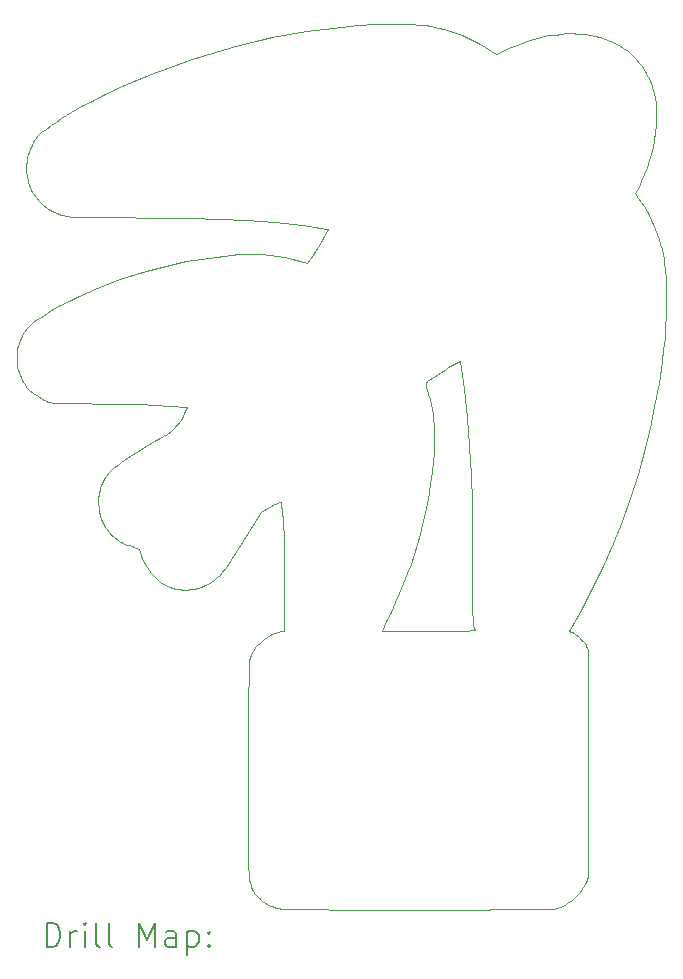
<source format=gbr>
%TF.GenerationSoftware,KiCad,Pcbnew,(6.0.10-0)*%
%TF.CreationDate,2023-09-19T21:25:43+02:00*%
%TF.ProjectId,SwiftLeeds,53776966-744c-4656-9564-732e6b696361,rev?*%
%TF.SameCoordinates,Original*%
%TF.FileFunction,Drillmap*%
%TF.FilePolarity,Positive*%
%FSLAX45Y45*%
G04 Gerber Fmt 4.5, Leading zero omitted, Abs format (unit mm)*
G04 Created by KiCad (PCBNEW (6.0.10-0)) date 2023-09-19 21:25:43*
%MOMM*%
%LPD*%
G01*
G04 APERTURE LIST*
%ADD10C,0.052916*%
%ADD11C,0.200000*%
G04 APERTURE END LIST*
D10*
X14546642Y-4045943D02*
X14546608Y-4045948D01*
X14546642Y-4045943D02*
X14546642Y-4045943D01*
X14573722Y-4045868D02*
X14546642Y-4045943D01*
X14587262Y-4045890D02*
X14573722Y-4045868D01*
X14600801Y-4046012D02*
X14587262Y-4045890D01*
X14600801Y-4046012D02*
X14600801Y-4046012D01*
X14655776Y-4045478D02*
X14600801Y-4046012D01*
X14710625Y-4047333D02*
X14655776Y-4045478D01*
X14765271Y-4051541D02*
X14710625Y-4047333D01*
X14819634Y-4058066D02*
X14765271Y-4051541D01*
X14873639Y-4066870D02*
X14819634Y-4058066D01*
X14927205Y-4077918D02*
X14873639Y-4066870D01*
X14980256Y-4091173D02*
X14927205Y-4077918D01*
X15032714Y-4106598D02*
X14980256Y-4091173D01*
X15084500Y-4124156D02*
X15032714Y-4106598D01*
X15135536Y-4143812D02*
X15084500Y-4124156D01*
X15185745Y-4165529D02*
X15135536Y-4143812D01*
X15235049Y-4189270D02*
X15185745Y-4165529D01*
X15283369Y-4214999D02*
X15235049Y-4189270D01*
X15330627Y-4242679D02*
X15283369Y-4214999D01*
X15376746Y-4272273D02*
X15330627Y-4242679D01*
X15421648Y-4303745D02*
X15376746Y-4272273D01*
X15421648Y-4303745D02*
X15421648Y-4303745D01*
X15464357Y-4282261D02*
X15421648Y-4303745D01*
X15507697Y-4261692D02*
X15464357Y-4282261D01*
X15551631Y-4242148D02*
X15507697Y-4261692D01*
X15596121Y-4223737D02*
X15551631Y-4242148D01*
X15641129Y-4206570D02*
X15596121Y-4223737D01*
X15686619Y-4190755D02*
X15641129Y-4206570D01*
X15732551Y-4176402D02*
X15686619Y-4190755D01*
X15778889Y-4163620D02*
X15732551Y-4176402D01*
X15825595Y-4152519D02*
X15778889Y-4163620D01*
X15872631Y-4143207D02*
X15825595Y-4152519D01*
X15919960Y-4135794D02*
X15872631Y-4143207D01*
X15967544Y-4130389D02*
X15919960Y-4135794D01*
X16015345Y-4127102D02*
X15967544Y-4130389D01*
X16063325Y-4126041D02*
X16015345Y-4127102D01*
X16111448Y-4127317D02*
X16063325Y-4126041D01*
X16159674Y-4131038D02*
X16111448Y-4127317D01*
X16159674Y-4131038D02*
X16159674Y-4131038D01*
X16183011Y-4133188D02*
X16159674Y-4131038D01*
X16206264Y-4136153D02*
X16183011Y-4133188D01*
X16229407Y-4139922D02*
X16206264Y-4136153D01*
X16252413Y-4144483D02*
X16229407Y-4139922D01*
X16297904Y-4155939D02*
X16252413Y-4144483D01*
X16342519Y-4170434D02*
X16297904Y-4155939D01*
X16386043Y-4187880D02*
X16342519Y-4170434D01*
X16428258Y-4208189D02*
X16386043Y-4187880D01*
X16468947Y-4231274D02*
X16428258Y-4208189D01*
X16488651Y-4243830D02*
X16468947Y-4231274D01*
X16507893Y-4257047D02*
X16488651Y-4243830D01*
X16526645Y-4270914D02*
X16507893Y-4257047D01*
X16544880Y-4285420D02*
X16526645Y-4270914D01*
X16562571Y-4300555D02*
X16544880Y-4285420D01*
X16579690Y-4316306D02*
X16562571Y-4300555D01*
X16596212Y-4332664D02*
X16579690Y-4316306D01*
X16612107Y-4349616D02*
X16596212Y-4332664D01*
X16627350Y-4367153D02*
X16612107Y-4349616D01*
X16641914Y-4385264D02*
X16627350Y-4367153D01*
X16655771Y-4403936D02*
X16641914Y-4385264D01*
X16668893Y-4423160D02*
X16655771Y-4403936D01*
X16681255Y-4442925D02*
X16668893Y-4423160D01*
X16692829Y-4463219D02*
X16681255Y-4442925D01*
X16703587Y-4484031D02*
X16692829Y-4463219D01*
X16713503Y-4505351D02*
X16703587Y-4484031D01*
X16722550Y-4527167D02*
X16713503Y-4505351D01*
X16730700Y-4549469D02*
X16722550Y-4527167D01*
X16730700Y-4549469D02*
X16730700Y-4549469D01*
X16749508Y-4607833D02*
X16730700Y-4549469D01*
X16763541Y-4666757D02*
X16749508Y-4607833D01*
X16773054Y-4726115D02*
X16763541Y-4666757D01*
X16778303Y-4785785D02*
X16773054Y-4726115D01*
X16779546Y-4845640D02*
X16778303Y-4785785D01*
X16777039Y-4905556D02*
X16779546Y-4845640D01*
X16771038Y-4965409D02*
X16777039Y-4905556D01*
X16761799Y-5025073D02*
X16771038Y-4965409D01*
X16749580Y-5084424D02*
X16761799Y-5025073D01*
X16734637Y-5143338D02*
X16749580Y-5084424D01*
X16717226Y-5201689D02*
X16734637Y-5143338D01*
X16697603Y-5259352D02*
X16717226Y-5201689D01*
X16676026Y-5316204D02*
X16697603Y-5259352D01*
X16652750Y-5372119D02*
X16676026Y-5316204D01*
X16628033Y-5426972D02*
X16652750Y-5372119D01*
X16602130Y-5480640D02*
X16628033Y-5426972D01*
X16602130Y-5480640D02*
X16602130Y-5480640D01*
X16627275Y-5516150D02*
X16602130Y-5480640D01*
X16651345Y-5552399D02*
X16627275Y-5516150D01*
X16674296Y-5589357D02*
X16651345Y-5552399D01*
X16696083Y-5626992D02*
X16674296Y-5589357D01*
X16716659Y-5665276D02*
X16696083Y-5626992D01*
X16735979Y-5704177D02*
X16716659Y-5665276D01*
X16753997Y-5743665D02*
X16735979Y-5704177D01*
X16770668Y-5783711D02*
X16753997Y-5743665D01*
X16785947Y-5824283D02*
X16770668Y-5783711D01*
X16799786Y-5865352D02*
X16785947Y-5824283D01*
X16812141Y-5906888D02*
X16799786Y-5865352D01*
X16822967Y-5948860D02*
X16812141Y-5906888D01*
X16832216Y-5991238D02*
X16822967Y-5948860D01*
X16839845Y-6033992D02*
X16832216Y-5991238D01*
X16845807Y-6077091D02*
X16839845Y-6033992D01*
X16850057Y-6120506D02*
X16845807Y-6077091D01*
X16850057Y-6120506D02*
X16850057Y-6120506D01*
X16857025Y-6217730D02*
X16850057Y-6120506D01*
X16860878Y-6314958D02*
X16857025Y-6217730D01*
X16861773Y-6412161D02*
X16860878Y-6314958D01*
X16859866Y-6509308D02*
X16861773Y-6412161D01*
X16855314Y-6606372D02*
X16859866Y-6509308D01*
X16848273Y-6703322D02*
X16855314Y-6606372D01*
X16838901Y-6800129D02*
X16848273Y-6703322D01*
X16827354Y-6896764D02*
X16838901Y-6800129D01*
X16798363Y-7089401D02*
X16827354Y-6896764D01*
X16762551Y-7280999D02*
X16798363Y-7089401D01*
X16721175Y-7471322D02*
X16762551Y-7280999D01*
X16675486Y-7660137D02*
X16721175Y-7471322D01*
X16675486Y-7660137D02*
X16675486Y-7660137D01*
X16648979Y-7760317D02*
X16675486Y-7660137D01*
X16620518Y-7859910D02*
X16648979Y-7760317D01*
X16557902Y-8057280D02*
X16620518Y-7859910D01*
X16487973Y-8252139D02*
X16557902Y-8057280D01*
X16411069Y-8444378D02*
X16487973Y-8252139D01*
X16327524Y-8633889D02*
X16411069Y-8444378D01*
X16237677Y-8820565D02*
X16327524Y-8633889D01*
X16141863Y-9004295D02*
X16237677Y-8820565D01*
X16040419Y-9184973D02*
X16141863Y-9004295D01*
X16040419Y-9184973D02*
X16040419Y-9184973D01*
X16053529Y-9191021D02*
X16040419Y-9184973D01*
X16066307Y-9197623D02*
X16053529Y-9191021D01*
X16078733Y-9204768D02*
X16066307Y-9197623D01*
X16090786Y-9212442D02*
X16078733Y-9204768D01*
X16102449Y-9220636D02*
X16090786Y-9212442D01*
X16113699Y-9229336D02*
X16102449Y-9220636D01*
X16124517Y-9238532D02*
X16113699Y-9229336D01*
X16134883Y-9248211D02*
X16124517Y-9238532D01*
X16144777Y-9258362D02*
X16134883Y-9248211D01*
X16154180Y-9268973D02*
X16144777Y-9258362D01*
X16163070Y-9280033D02*
X16154180Y-9268973D01*
X16171428Y-9291528D02*
X16163070Y-9280033D01*
X16179235Y-9303449D02*
X16171428Y-9291528D01*
X16186469Y-9315782D02*
X16179235Y-9303449D01*
X16193111Y-9328517D02*
X16186469Y-9315782D01*
X16199141Y-9341641D02*
X16193111Y-9328517D01*
X16199141Y-9341641D02*
X16199141Y-9341641D01*
X16199642Y-11259364D02*
X16199141Y-9341641D01*
X16199642Y-11259364D02*
X16199642Y-11259364D01*
X16196129Y-11272079D02*
X16199642Y-11259364D01*
X16192143Y-11284577D02*
X16196129Y-11272079D01*
X16187697Y-11296856D02*
X16192143Y-11284577D01*
X16182803Y-11308912D02*
X16187697Y-11296856D01*
X16171726Y-11332344D02*
X16182803Y-11308912D01*
X16159014Y-11354847D02*
X16171726Y-11332344D01*
X16144768Y-11376396D02*
X16159014Y-11354847D01*
X16129093Y-11396964D02*
X16144768Y-11376396D01*
X16112089Y-11416526D02*
X16129093Y-11396964D01*
X16093860Y-11435057D02*
X16112089Y-11416526D01*
X16074509Y-11452530D02*
X16093860Y-11435057D01*
X16054137Y-11468921D02*
X16074509Y-11452530D01*
X16032847Y-11484202D02*
X16054137Y-11468921D01*
X16010742Y-11498348D02*
X16032847Y-11484202D01*
X15987923Y-11511335D02*
X16010742Y-11498348D01*
X15964495Y-11523135D02*
X15987923Y-11511335D01*
X15940558Y-11533723D02*
X15964495Y-11523135D01*
X15916216Y-11543074D02*
X15940558Y-11533723D01*
X15916216Y-11543074D02*
X15916216Y-11543074D01*
X14821600Y-11545288D02*
X15916216Y-11543074D01*
X14274262Y-11544881D02*
X14821600Y-11545288D01*
X13726949Y-11541524D02*
X14274262Y-11544881D01*
X13726949Y-11541524D02*
X13726949Y-11541524D01*
X13706336Y-11542774D02*
X13726949Y-11541524D01*
X13685549Y-11543411D02*
X13706336Y-11542774D01*
X13664667Y-11543365D02*
X13685549Y-11543411D01*
X13643766Y-11542570D02*
X13664667Y-11543365D01*
X13622922Y-11540958D02*
X13643766Y-11542570D01*
X13602212Y-11538459D02*
X13622922Y-11540958D01*
X13581713Y-11535005D02*
X13602212Y-11538459D01*
X13561502Y-11530530D02*
X13581713Y-11535005D01*
X13541656Y-11524964D02*
X13561502Y-11530530D01*
X13522251Y-11518240D02*
X13541656Y-11524964D01*
X13503364Y-11510290D02*
X13522251Y-11518240D01*
X13485072Y-11501045D02*
X13503364Y-11510290D01*
X13467452Y-11490437D02*
X13485072Y-11501045D01*
X13458918Y-11484600D02*
X13467452Y-11490437D01*
X13450580Y-11478398D02*
X13458918Y-11484600D01*
X13442449Y-11471821D02*
X13450580Y-11478398D01*
X13434534Y-11464860D02*
X13442449Y-11471821D01*
X13426844Y-11457508D02*
X13434534Y-11464860D01*
X13419390Y-11449756D02*
X13426844Y-11457508D01*
X13419390Y-11449756D02*
X13419390Y-11449756D01*
X13410890Y-11443046D02*
X13419390Y-11449756D01*
X13402927Y-11436043D02*
X13410890Y-11443046D01*
X13395482Y-11428761D02*
X13402927Y-11436043D01*
X13388537Y-11421211D02*
X13395482Y-11428761D01*
X13382073Y-11413407D02*
X13388537Y-11421211D01*
X13376074Y-11405362D02*
X13382073Y-11413407D01*
X13370520Y-11397087D02*
X13376074Y-11405362D01*
X13365394Y-11388596D02*
X13370520Y-11397087D01*
X13356352Y-11371016D02*
X13365394Y-11388596D01*
X13348802Y-11352724D02*
X13356352Y-11371016D01*
X13342601Y-11333819D02*
X13348802Y-11352724D01*
X13337603Y-11314406D02*
X13342601Y-11333819D01*
X13333663Y-11294584D02*
X13337603Y-11314406D01*
X13330636Y-11274456D02*
X13333663Y-11294584D01*
X13328378Y-11254122D02*
X13330636Y-11274456D01*
X13326744Y-11233686D02*
X13328378Y-11254122D01*
X13324766Y-11192910D02*
X13326744Y-11233686D01*
X13323545Y-11152939D02*
X13324766Y-11192910D01*
X13323545Y-11152939D02*
X13323545Y-11152939D01*
X13319151Y-10724837D02*
X13323545Y-11152939D01*
X13317735Y-10296669D02*
X13319151Y-10724837D01*
X13320091Y-9868517D02*
X13317735Y-10296669D01*
X13327015Y-9440460D02*
X13320091Y-9868517D01*
X13327015Y-9440460D02*
X13327015Y-9440460D01*
X13330528Y-9427890D02*
X13327015Y-9440460D01*
X13334573Y-9415500D02*
X13330528Y-9427890D01*
X13339134Y-9403303D02*
X13334573Y-9415500D01*
X13344198Y-9391310D02*
X13339134Y-9403303D01*
X13355768Y-9367977D02*
X13344198Y-9391310D01*
X13369162Y-9345588D02*
X13355768Y-9367977D01*
X13384258Y-9324232D02*
X13369162Y-9345588D01*
X13400934Y-9303996D02*
X13384258Y-9324232D01*
X13419068Y-9284967D02*
X13400934Y-9303996D01*
X13438538Y-9267233D02*
X13419068Y-9284967D01*
X13459223Y-9250881D02*
X13438538Y-9267233D01*
X13481000Y-9236000D02*
X13459223Y-9250881D01*
X13503748Y-9222676D02*
X13481000Y-9236000D01*
X13527346Y-9210997D02*
X13503748Y-9222676D01*
X13551671Y-9201051D02*
X13527346Y-9210997D01*
X13576601Y-9192925D02*
X13551671Y-9201051D01*
X13602015Y-9186707D02*
X13576601Y-9192925D01*
X13627791Y-9182484D02*
X13602015Y-9186707D01*
X13627791Y-9182484D02*
X13627791Y-9182484D01*
X13626261Y-8646834D02*
X13627791Y-9182484D01*
X13626261Y-8646834D02*
X13626261Y-8646834D01*
X13624550Y-8577366D02*
X13626261Y-8646834D01*
X13623932Y-8507645D02*
X13624550Y-8577366D01*
X13622765Y-8367972D02*
X13623932Y-8507645D01*
X13620611Y-8298283D02*
X13622765Y-8367972D01*
X13616342Y-8228868D02*
X13620611Y-8298283D01*
X13613163Y-8194304D02*
X13616342Y-8228868D01*
X13609155Y-8159858D02*
X13613163Y-8194304D01*
X13604216Y-8125546D02*
X13609155Y-8159858D01*
X13598247Y-8091385D02*
X13604216Y-8125546D01*
X13598247Y-8091385D02*
X13598247Y-8091385D01*
X13587458Y-8095088D02*
X13598247Y-8091385D01*
X13576786Y-8099206D02*
X13587458Y-8095088D01*
X13566222Y-8103696D02*
X13576786Y-8099206D01*
X13555754Y-8108512D02*
X13566222Y-8103696D01*
X13545371Y-8113613D02*
X13555754Y-8108512D01*
X13535061Y-8118954D02*
X13545371Y-8113613D01*
X13514619Y-8130181D02*
X13535061Y-8118954D01*
X13474135Y-8153596D02*
X13514619Y-8130181D01*
X13453915Y-8165085D02*
X13474135Y-8153596D01*
X13433593Y-8175963D02*
X13453915Y-8165085D01*
X13433593Y-8175963D02*
X13433593Y-8175963D01*
X13122451Y-8658055D02*
X13433593Y-8175963D01*
X13122451Y-8658055D02*
X13122451Y-8658055D01*
X13113600Y-8671552D02*
X13122451Y-8658055D01*
X13104195Y-8684550D02*
X13113600Y-8671552D01*
X13094260Y-8697045D02*
X13104195Y-8684550D01*
X13083817Y-8709031D02*
X13094260Y-8697045D01*
X13061499Y-8731460D02*
X13083817Y-8709031D01*
X13037423Y-8751801D02*
X13061499Y-8731460D01*
X13011770Y-8770018D02*
X13037423Y-8751801D01*
X12984723Y-8786074D02*
X13011770Y-8770018D01*
X12956463Y-8799933D02*
X12984723Y-8786074D01*
X12927171Y-8811558D02*
X12956463Y-8799933D01*
X12897031Y-8820913D02*
X12927171Y-8811558D01*
X12866222Y-8827961D02*
X12897031Y-8820913D01*
X12834929Y-8832666D02*
X12866222Y-8827961D01*
X12803331Y-8834991D02*
X12834929Y-8832666D01*
X12771611Y-8834899D02*
X12803331Y-8834991D01*
X12739951Y-8832355D02*
X12771611Y-8834899D01*
X12708532Y-8827322D02*
X12739951Y-8832355D01*
X12677536Y-8819763D02*
X12708532Y-8827322D01*
X12677536Y-8819763D02*
X12677536Y-8819763D01*
X12664178Y-8815008D02*
X12677536Y-8819763D01*
X12651090Y-8809753D02*
X12664178Y-8815008D01*
X12625739Y-8797803D02*
X12651090Y-8809753D01*
X12601505Y-8784032D02*
X12625739Y-8797803D01*
X12578412Y-8768562D02*
X12601505Y-8784032D01*
X12556482Y-8751511D02*
X12578412Y-8768562D01*
X12535739Y-8732999D02*
X12556482Y-8751511D01*
X12516205Y-8713147D02*
X12535739Y-8732999D01*
X12497903Y-8692074D02*
X12516205Y-8713147D01*
X12480857Y-8669900D02*
X12497903Y-8692074D01*
X12465089Y-8646746D02*
X12480857Y-8669900D01*
X12450623Y-8622730D02*
X12465089Y-8646746D01*
X12437480Y-8597973D02*
X12450623Y-8622730D01*
X12425685Y-8572595D02*
X12437480Y-8597973D01*
X12415261Y-8546715D02*
X12425685Y-8572595D01*
X12406229Y-8520454D02*
X12415261Y-8546715D01*
X12398613Y-8493932D02*
X12406229Y-8520454D01*
X12398613Y-8493932D02*
X12398613Y-8493932D01*
X12388797Y-8488678D02*
X12398613Y-8493932D01*
X12378657Y-8483958D02*
X12388797Y-8488678D01*
X12368244Y-8479679D02*
X12378657Y-8483958D01*
X12357610Y-8475748D02*
X12368244Y-8479679D01*
X12335880Y-8468553D02*
X12357610Y-8475748D01*
X12313873Y-8461626D02*
X12335880Y-8468553D01*
X12291997Y-8454219D02*
X12313873Y-8461626D01*
X12281234Y-8450101D02*
X12291997Y-8454219D01*
X12270657Y-8445583D02*
X12281234Y-8450101D01*
X12260316Y-8440571D02*
X12270657Y-8445583D01*
X12250261Y-8434971D02*
X12260316Y-8440571D01*
X12240544Y-8428691D02*
X12250261Y-8434971D01*
X12231215Y-8421636D02*
X12240544Y-8428691D01*
X12231215Y-8421636D02*
X12231215Y-8421636D01*
X12213346Y-8410338D02*
X12231215Y-8421636D01*
X12196395Y-8398077D02*
X12213346Y-8410338D01*
X12180369Y-8384905D02*
X12196395Y-8398077D01*
X12165270Y-8370877D02*
X12180369Y-8384905D01*
X12151105Y-8356044D02*
X12165270Y-8370877D01*
X12137877Y-8340460D02*
X12151105Y-8356044D01*
X12125592Y-8324179D02*
X12137877Y-8340460D01*
X12114253Y-8307254D02*
X12125592Y-8324179D01*
X12103866Y-8289737D02*
X12114253Y-8307254D01*
X12094435Y-8271682D02*
X12103866Y-8289737D01*
X12085965Y-8253143D02*
X12094435Y-8271682D01*
X12078461Y-8234172D02*
X12085965Y-8253143D01*
X12071926Y-8214822D02*
X12078461Y-8234172D01*
X12066366Y-8195147D02*
X12071926Y-8214822D01*
X12061785Y-8175201D02*
X12066366Y-8195147D01*
X12058188Y-8155035D02*
X12061785Y-8175201D01*
X12055580Y-8134704D02*
X12058188Y-8155035D01*
X12053965Y-8114260D02*
X12055580Y-8134704D01*
X12053347Y-8093757D02*
X12053965Y-8114260D01*
X12053732Y-8073248D02*
X12053347Y-8093757D01*
X12055124Y-8052786D02*
X12053732Y-8073248D01*
X12057528Y-8032425D02*
X12055124Y-8052786D01*
X12060948Y-8012217D02*
X12057528Y-8032425D01*
X12065389Y-7992216D02*
X12060948Y-8012217D01*
X12070856Y-7972474D02*
X12065389Y-7992216D01*
X12077352Y-7953046D02*
X12070856Y-7972474D01*
X12084884Y-7933985D02*
X12077352Y-7953046D01*
X12093455Y-7915342D02*
X12084884Y-7933985D01*
X12103070Y-7897173D02*
X12093455Y-7915342D01*
X12113734Y-7879529D02*
X12103070Y-7897173D01*
X12125451Y-7862465D02*
X12113734Y-7879529D01*
X12138226Y-7846033D02*
X12125451Y-7862465D01*
X12138226Y-7846033D02*
X12138226Y-7846033D01*
X12163980Y-7822003D02*
X12138226Y-7846033D01*
X12190635Y-7799114D02*
X12163980Y-7822003D01*
X12218095Y-7777247D02*
X12190635Y-7799114D01*
X12246266Y-7756282D02*
X12218095Y-7777247D01*
X12275049Y-7736099D02*
X12246266Y-7756282D01*
X12304350Y-7716579D02*
X12275049Y-7736099D01*
X12364120Y-7679046D02*
X12304350Y-7716579D01*
X12485643Y-7606663D02*
X12364120Y-7679046D01*
X12545859Y-7569895D02*
X12485643Y-7606663D01*
X12575494Y-7550948D02*
X12545859Y-7569895D01*
X12604687Y-7531467D02*
X12575494Y-7550948D01*
X12604687Y-7531467D02*
X12604687Y-7531467D01*
X12614019Y-7527219D02*
X12604687Y-7531467D01*
X12623112Y-7522629D02*
X12614019Y-7527219D01*
X12640598Y-7512473D02*
X12623112Y-7522629D01*
X12657176Y-7501107D02*
X12640598Y-7512473D01*
X12672880Y-7488638D02*
X12657176Y-7501107D01*
X12687740Y-7475173D02*
X12672880Y-7488638D01*
X12701791Y-7460818D02*
X12687740Y-7475173D01*
X12715063Y-7445681D02*
X12701791Y-7460818D01*
X12727589Y-7429870D02*
X12715063Y-7445681D01*
X12739401Y-7413490D02*
X12727589Y-7429870D01*
X12750531Y-7396649D02*
X12739401Y-7413490D01*
X12761013Y-7379454D02*
X12750531Y-7396649D01*
X12770877Y-7362012D02*
X12761013Y-7379454D01*
X12780157Y-7344431D02*
X12770877Y-7362012D01*
X12788884Y-7326816D02*
X12780157Y-7344431D01*
X12804809Y-7291917D02*
X12788884Y-7326816D01*
X12804809Y-7291917D02*
X12804809Y-7291917D01*
X12671332Y-7279512D02*
X12804809Y-7291917D01*
X12537461Y-7270967D02*
X12671332Y-7279512D01*
X12403292Y-7265446D02*
X12537461Y-7270967D01*
X12268922Y-7262116D02*
X12403292Y-7265446D01*
X11731360Y-7254021D02*
X12268922Y-7262116D01*
X11731360Y-7254021D02*
X11731360Y-7254021D01*
X11724331Y-7255202D02*
X11731360Y-7254021D01*
X11717369Y-7256095D02*
X11724331Y-7255202D01*
X11710473Y-7256709D02*
X11717369Y-7256095D01*
X11703642Y-7257053D02*
X11710473Y-7256709D01*
X11696874Y-7257135D02*
X11703642Y-7257053D01*
X11690167Y-7256965D02*
X11696874Y-7257135D01*
X11676931Y-7255899D02*
X11690167Y-7256965D01*
X11663921Y-7253926D02*
X11676931Y-7255899D01*
X11651125Y-7251114D02*
X11663921Y-7253926D01*
X11638529Y-7247532D02*
X11651125Y-7251114D01*
X11626122Y-7243250D02*
X11638529Y-7247532D01*
X11613891Y-7238338D02*
X11626122Y-7243250D01*
X11601823Y-7232863D02*
X11613891Y-7238338D01*
X11589905Y-7226896D02*
X11601823Y-7232863D01*
X11578124Y-7220505D02*
X11589905Y-7226896D01*
X11566469Y-7213761D02*
X11578124Y-7220505D01*
X11554926Y-7206732D02*
X11566469Y-7213761D01*
X11532127Y-7192096D02*
X11554926Y-7206732D01*
X11532127Y-7192096D02*
X11532127Y-7192096D01*
X11512198Y-7179276D02*
X11532127Y-7192096D01*
X11493507Y-7165232D02*
X11512198Y-7179276D01*
X11476054Y-7150044D02*
X11493507Y-7165232D01*
X11459839Y-7133788D02*
X11476054Y-7150044D01*
X11444863Y-7116543D02*
X11459839Y-7133788D01*
X11431126Y-7098389D02*
X11444863Y-7116543D01*
X11418629Y-7079402D02*
X11431126Y-7098389D01*
X11407371Y-7059662D02*
X11418629Y-7079402D01*
X11397353Y-7039247D02*
X11407371Y-7059662D01*
X11388576Y-7018236D02*
X11397353Y-7039247D01*
X11381041Y-6996706D02*
X11388576Y-7018236D01*
X11374746Y-6974736D02*
X11381041Y-6996706D01*
X11369694Y-6952404D02*
X11374746Y-6974736D01*
X11365884Y-6929790D02*
X11369694Y-6952404D01*
X11363316Y-6906970D02*
X11365884Y-6929790D01*
X11361992Y-6884024D02*
X11363316Y-6906970D01*
X11361911Y-6861030D02*
X11361992Y-6884024D01*
X11363074Y-6838067D02*
X11361911Y-6861030D01*
X11365481Y-6815212D02*
X11363074Y-6838067D01*
X11369133Y-6792544D02*
X11365481Y-6815212D01*
X11374030Y-6770142D02*
X11369133Y-6792544D01*
X11380173Y-6748083D02*
X11374030Y-6770142D01*
X11387561Y-6726447D02*
X11380173Y-6748083D01*
X11396196Y-6705311D02*
X11387561Y-6726447D01*
X11406077Y-6684754D02*
X11396196Y-6705311D01*
X11417206Y-6664854D02*
X11406077Y-6684754D01*
X11429581Y-6645691D02*
X11417206Y-6664854D01*
X11443205Y-6627341D02*
X11429581Y-6645691D01*
X11458077Y-6609883D02*
X11443205Y-6627341D01*
X11474198Y-6593397D02*
X11458077Y-6609883D01*
X11491568Y-6577960D02*
X11474198Y-6593397D01*
X11510187Y-6563650D02*
X11491568Y-6577960D01*
X11510187Y-6563650D02*
X11510187Y-6563650D01*
X11582932Y-6516109D02*
X11510187Y-6563650D01*
X11657097Y-6471008D02*
X11582932Y-6516109D01*
X11732593Y-6428276D02*
X11657097Y-6471008D01*
X11809331Y-6387844D02*
X11732593Y-6428276D01*
X11887223Y-6349641D02*
X11809331Y-6387844D01*
X11966179Y-6313597D02*
X11887223Y-6349641D01*
X12046110Y-6279642D02*
X11966179Y-6313597D01*
X12126927Y-6247704D02*
X12046110Y-6279642D01*
X12208540Y-6217714D02*
X12126927Y-6247704D01*
X12290861Y-6189601D02*
X12208540Y-6217714D01*
X12373801Y-6163296D02*
X12290861Y-6189601D01*
X12457270Y-6138727D02*
X12373801Y-6163296D01*
X12625441Y-6094517D02*
X12457270Y-6138727D01*
X12794660Y-6056410D02*
X12625441Y-6094517D01*
X12794660Y-6056410D02*
X12794660Y-6056410D01*
X12921850Y-6034447D02*
X12794660Y-6056410D01*
X13050740Y-6015770D02*
X12921850Y-6034447D01*
X13115601Y-6008226D02*
X13050740Y-6015770D01*
X13180624Y-6002179D02*
X13115601Y-6008226D01*
X13245720Y-5997853D02*
X13180624Y-6002179D01*
X13310801Y-5995473D02*
X13245720Y-5997853D01*
X13375779Y-5995265D02*
X13310801Y-5995473D01*
X13440566Y-5997454D02*
X13375779Y-5995265D01*
X13505074Y-6002264D02*
X13440566Y-5997454D01*
X13569215Y-6009921D02*
X13505074Y-6002264D01*
X13632902Y-6020649D02*
X13569215Y-6009921D01*
X13696046Y-6034674D02*
X13632902Y-6020649D01*
X13758559Y-6052221D02*
X13696046Y-6034674D01*
X13820354Y-6073514D02*
X13758559Y-6052221D01*
X13820354Y-6073514D02*
X13820354Y-6073514D01*
X13844431Y-6038376D02*
X13820354Y-6073514D01*
X13868079Y-6002870D02*
X13844431Y-6038376D01*
X13891313Y-5967032D02*
X13868079Y-6002870D01*
X13914145Y-5930899D02*
X13891313Y-5967032D01*
X13936590Y-5894508D02*
X13914145Y-5930899D01*
X13958662Y-5857896D02*
X13936590Y-5894508D01*
X14001741Y-5784158D02*
X13958662Y-5857896D01*
X14001741Y-5784158D02*
X14001741Y-5784158D01*
X13974308Y-5779148D02*
X14001741Y-5784158D01*
X13946770Y-5774636D02*
X13974308Y-5779148D01*
X13919149Y-5770525D02*
X13946770Y-5774636D01*
X13891471Y-5766716D02*
X13919149Y-5770525D01*
X13780664Y-5752519D02*
X13891471Y-5766716D01*
X13780664Y-5752519D02*
X13780664Y-5752519D01*
X13546883Y-5724849D02*
X13780664Y-5752519D01*
X13312563Y-5705889D02*
X13546883Y-5724849D01*
X13077822Y-5693896D02*
X13312563Y-5705889D01*
X12842775Y-5687124D02*
X13077822Y-5693896D01*
X11901843Y-5677378D02*
X12842775Y-5687124D01*
X11901843Y-5677378D02*
X11901843Y-5677378D01*
X11881153Y-5678788D02*
X11901843Y-5677378D01*
X11860470Y-5679269D02*
X11881153Y-5678788D01*
X11839837Y-5678816D02*
X11860470Y-5679269D01*
X11819294Y-5677424D02*
X11839837Y-5678816D01*
X11798885Y-5675086D02*
X11819294Y-5677424D01*
X11778650Y-5671795D02*
X11798885Y-5675086D01*
X11758632Y-5667547D02*
X11778650Y-5671795D01*
X11738873Y-5662336D02*
X11758632Y-5667547D01*
X11719415Y-5656154D02*
X11738873Y-5662336D01*
X11700298Y-5648998D02*
X11719415Y-5656154D01*
X11681566Y-5640859D02*
X11700298Y-5648998D01*
X11663261Y-5631734D02*
X11681566Y-5640859D01*
X11645423Y-5621614D02*
X11663261Y-5631734D01*
X11628095Y-5610496D02*
X11645423Y-5621614D01*
X11611319Y-5598372D02*
X11628095Y-5610496D01*
X11595137Y-5585237D02*
X11611319Y-5598372D01*
X11595137Y-5585237D02*
X11595137Y-5585237D01*
X11577641Y-5571083D02*
X11595137Y-5585237D01*
X11561209Y-5555995D02*
X11577641Y-5571083D01*
X11545843Y-5540031D02*
X11561209Y-5555995D01*
X11531544Y-5523252D02*
X11545843Y-5540031D01*
X11518313Y-5505717D02*
X11531544Y-5523252D01*
X11506152Y-5487484D02*
X11518313Y-5505717D01*
X11495062Y-5468614D02*
X11506152Y-5487484D01*
X11485044Y-5449166D02*
X11495062Y-5468614D01*
X11476100Y-5429199D02*
X11485044Y-5449166D01*
X11468232Y-5408772D02*
X11476100Y-5429199D01*
X11461439Y-5387945D02*
X11468232Y-5408772D01*
X11455725Y-5366776D02*
X11461439Y-5387945D01*
X11451090Y-5345326D02*
X11455725Y-5366776D01*
X11447536Y-5323654D02*
X11451090Y-5345326D01*
X11445064Y-5301819D02*
X11447536Y-5323654D01*
X11443675Y-5279880D02*
X11445064Y-5301819D01*
X11443371Y-5257897D02*
X11443675Y-5279880D01*
X11444153Y-5235929D02*
X11443371Y-5257897D01*
X11446023Y-5214036D02*
X11444153Y-5235929D01*
X11448981Y-5192276D02*
X11446023Y-5214036D01*
X11453030Y-5170709D02*
X11448981Y-5192276D01*
X11458171Y-5149394D02*
X11453030Y-5170709D01*
X11464405Y-5128391D02*
X11458171Y-5149394D01*
X11471733Y-5107759D02*
X11464405Y-5128391D01*
X11480157Y-5087558D02*
X11471733Y-5107759D01*
X11489678Y-5067846D02*
X11480157Y-5087558D01*
X11500298Y-5048683D02*
X11489678Y-5067846D01*
X11512018Y-5030128D02*
X11500298Y-5048683D01*
X11524839Y-5012242D02*
X11512018Y-5030128D01*
X11538763Y-4995082D02*
X11524839Y-5012242D01*
X11553791Y-4978708D02*
X11538763Y-4995082D01*
X11569925Y-4963181D02*
X11553791Y-4978708D01*
X11569925Y-4963181D02*
X11569925Y-4963181D01*
X11610265Y-4932420D02*
X11569925Y-4963181D01*
X11651360Y-4902739D02*
X11610265Y-4932420D01*
X11693154Y-4874074D02*
X11651360Y-4902739D01*
X11735593Y-4846358D02*
X11693154Y-4874074D01*
X11822184Y-4793515D02*
X11735593Y-4846358D01*
X11910695Y-4743690D02*
X11822184Y-4793515D01*
X12000687Y-4696361D02*
X11910695Y-4743690D01*
X12091721Y-4651006D02*
X12000687Y-4696361D01*
X12275161Y-4564136D02*
X12091721Y-4651006D01*
X12275161Y-4564136D02*
X12275161Y-4564136D01*
X12545858Y-4452478D02*
X12275161Y-4564136D01*
X12683079Y-4400892D02*
X12545858Y-4452478D01*
X12821455Y-4352295D02*
X12683079Y-4400892D01*
X12960916Y-4306807D02*
X12821455Y-4352295D01*
X13101392Y-4264548D02*
X12960916Y-4306807D01*
X13242813Y-4225638D02*
X13101392Y-4264548D01*
X13385110Y-4190196D02*
X13242813Y-4225638D01*
X13528212Y-4158344D02*
X13385110Y-4190196D01*
X13672049Y-4130200D02*
X13528212Y-4158344D01*
X13816553Y-4105886D02*
X13672049Y-4130200D01*
X13961652Y-4085520D02*
X13816553Y-4105886D01*
X14107277Y-4069224D02*
X13961652Y-4085520D01*
X14253358Y-4057116D02*
X14107277Y-4069224D01*
X14399825Y-4049318D02*
X14253358Y-4057116D01*
X14546608Y-4045948D02*
X14399825Y-4049318D01*
X15114052Y-6903545D02*
X15114054Y-6903549D01*
X15114052Y-6903545D02*
X15114052Y-6903545D01*
X15098003Y-6911191D02*
X15114052Y-6903545D01*
X15081981Y-6919264D02*
X15098003Y-6911191D01*
X15050026Y-6936530D02*
X15081981Y-6919264D01*
X15018214Y-6955034D02*
X15050026Y-6936530D01*
X14986567Y-6974467D02*
X15018214Y-6955034D01*
X14955112Y-6994517D02*
X14986567Y-6974467D01*
X14923872Y-7014876D02*
X14955112Y-6994517D01*
X14862136Y-7055282D02*
X14923872Y-7014876D01*
X14862136Y-7055282D02*
X14862136Y-7055282D01*
X14858309Y-7056483D02*
X14862136Y-7055282D01*
X14854730Y-7057807D02*
X14858309Y-7056483D01*
X14851393Y-7059250D02*
X14854730Y-7057807D01*
X14848292Y-7060808D02*
X14851393Y-7059250D01*
X14845423Y-7062477D02*
X14848292Y-7060808D01*
X14842778Y-7064253D02*
X14845423Y-7062477D01*
X14840353Y-7066132D02*
X14842778Y-7064253D01*
X14838142Y-7068110D02*
X14840353Y-7066132D01*
X14836139Y-7070183D02*
X14838142Y-7068110D01*
X14834339Y-7072347D02*
X14836139Y-7070183D01*
X14832737Y-7074598D02*
X14834339Y-7072347D01*
X14831326Y-7076932D02*
X14832737Y-7074598D01*
X14830101Y-7079344D02*
X14831326Y-7076932D01*
X14829056Y-7081831D02*
X14830101Y-7079344D01*
X14828187Y-7084389D02*
X14829056Y-7081831D01*
X14827486Y-7087014D02*
X14828187Y-7084389D01*
X14826950Y-7089702D02*
X14827486Y-7087014D01*
X14826571Y-7092448D02*
X14826950Y-7089702D01*
X14826345Y-7095249D02*
X14826571Y-7092448D01*
X14826266Y-7098101D02*
X14826345Y-7095249D01*
X14826525Y-7103940D02*
X14826266Y-7098101D01*
X14827305Y-7109933D02*
X14826525Y-7103940D01*
X14828561Y-7116049D02*
X14827305Y-7109933D01*
X14830247Y-7122254D02*
X14828561Y-7116049D01*
X14832320Y-7128517D02*
X14830247Y-7122254D01*
X14834734Y-7134806D02*
X14832320Y-7128517D01*
X14834734Y-7134806D02*
X14834734Y-7134806D01*
X14848006Y-7177610D02*
X14834734Y-7134806D01*
X14859529Y-7220765D02*
X14848006Y-7177610D01*
X14869371Y-7264232D02*
X14859529Y-7220765D01*
X14877603Y-7307975D02*
X14869371Y-7264232D01*
X14884294Y-7351957D02*
X14877603Y-7307975D01*
X14889513Y-7396141D02*
X14884294Y-7351957D01*
X14893331Y-7440491D02*
X14889513Y-7396141D01*
X14895817Y-7484968D02*
X14893331Y-7440491D01*
X14897040Y-7529536D02*
X14895817Y-7484968D01*
X14897072Y-7574159D02*
X14897040Y-7529536D01*
X14895980Y-7618798D02*
X14897072Y-7574159D01*
X14893835Y-7663418D02*
X14895980Y-7618798D01*
X14886664Y-7752450D02*
X14893835Y-7663418D01*
X14876116Y-7840959D02*
X14886664Y-7752450D01*
X14876116Y-7840959D02*
X14876116Y-7840959D01*
X14865017Y-7928839D02*
X14876116Y-7840959D01*
X14851668Y-8016341D02*
X14865017Y-7928839D01*
X14836110Y-8103433D02*
X14851668Y-8016341D01*
X14818387Y-8190082D02*
X14836110Y-8103433D01*
X14798541Y-8276255D02*
X14818387Y-8190082D01*
X14776616Y-8361921D02*
X14798541Y-8276255D01*
X14752655Y-8447046D02*
X14776616Y-8361921D01*
X14726700Y-8531598D02*
X14752655Y-8447046D01*
X14698795Y-8615545D02*
X14726700Y-8531598D01*
X14668982Y-8698853D02*
X14698795Y-8615545D01*
X14637305Y-8781492D02*
X14668982Y-8698853D01*
X14603806Y-8863427D02*
X14637305Y-8781492D01*
X14568529Y-8944627D02*
X14603806Y-8863427D01*
X14531516Y-9025058D02*
X14568529Y-8944627D01*
X14492811Y-9104689D02*
X14531516Y-9025058D01*
X14452455Y-9183487D02*
X14492811Y-9104689D01*
X14452455Y-9183487D02*
X14452455Y-9183487D01*
X14649494Y-9187310D02*
X14452455Y-9183487D01*
X14846724Y-9189084D02*
X14649494Y-9187310D01*
X14945316Y-9188675D02*
X14846724Y-9189084D01*
X15043844Y-9187120D02*
X14945316Y-9188675D01*
X15142270Y-9184208D02*
X15043844Y-9187120D01*
X15240557Y-9179727D02*
X15142270Y-9184208D01*
X15240557Y-9179727D02*
X15240557Y-9179727D01*
X15234992Y-9157528D02*
X15240557Y-9179727D01*
X15230519Y-9135097D02*
X15234992Y-9157528D01*
X15227022Y-9112462D02*
X15230519Y-9135097D01*
X15224390Y-9089648D02*
X15227022Y-9112462D01*
X15222508Y-9066682D02*
X15224390Y-9089648D01*
X15221265Y-9043588D02*
X15222508Y-9066682D01*
X15220238Y-8997122D02*
X15221265Y-9043588D01*
X15220860Y-8903807D02*
X15220238Y-8997122D01*
X15220697Y-8857371D02*
X15220860Y-8903807D01*
X15219011Y-8811360D02*
X15220697Y-8857371D01*
X15219011Y-8811360D02*
X15219011Y-8811360D01*
X15218589Y-8333109D02*
X15219011Y-8811360D01*
X15214609Y-8093910D02*
X15218589Y-8333109D01*
X15206684Y-7854875D02*
X15214609Y-8093910D01*
X15193740Y-7616163D02*
X15206684Y-7854875D01*
X15174703Y-7377932D02*
X15193740Y-7616163D01*
X15148499Y-7140341D02*
X15174703Y-7377932D01*
X15114054Y-6903549D02*
X15148499Y-7140341D01*
D11*
X11616884Y-11858410D02*
X11616884Y-11658410D01*
X11664503Y-11658410D01*
X11693075Y-11667934D01*
X11712122Y-11686982D01*
X11721646Y-11706029D01*
X11731170Y-11744124D01*
X11731170Y-11772696D01*
X11721646Y-11810791D01*
X11712122Y-11829839D01*
X11693075Y-11848886D01*
X11664503Y-11858410D01*
X11616884Y-11858410D01*
X11816884Y-11858410D02*
X11816884Y-11725077D01*
X11816884Y-11763172D02*
X11826408Y-11744124D01*
X11835932Y-11734601D01*
X11854980Y-11725077D01*
X11874027Y-11725077D01*
X11940694Y-11858410D02*
X11940694Y-11725077D01*
X11940694Y-11658410D02*
X11931170Y-11667934D01*
X11940694Y-11677458D01*
X11950218Y-11667934D01*
X11940694Y-11658410D01*
X11940694Y-11677458D01*
X12064503Y-11858410D02*
X12045456Y-11848886D01*
X12035932Y-11829839D01*
X12035932Y-11658410D01*
X12169265Y-11858410D02*
X12150218Y-11848886D01*
X12140694Y-11829839D01*
X12140694Y-11658410D01*
X12397837Y-11858410D02*
X12397837Y-11658410D01*
X12464503Y-11801267D01*
X12531170Y-11658410D01*
X12531170Y-11858410D01*
X12712122Y-11858410D02*
X12712122Y-11753648D01*
X12702599Y-11734601D01*
X12683551Y-11725077D01*
X12645456Y-11725077D01*
X12626408Y-11734601D01*
X12712122Y-11848886D02*
X12693075Y-11858410D01*
X12645456Y-11858410D01*
X12626408Y-11848886D01*
X12616884Y-11829839D01*
X12616884Y-11810791D01*
X12626408Y-11791743D01*
X12645456Y-11782220D01*
X12693075Y-11782220D01*
X12712122Y-11772696D01*
X12807361Y-11725077D02*
X12807361Y-11925077D01*
X12807361Y-11734601D02*
X12826408Y-11725077D01*
X12864503Y-11725077D01*
X12883551Y-11734601D01*
X12893075Y-11744124D01*
X12902599Y-11763172D01*
X12902599Y-11820315D01*
X12893075Y-11839362D01*
X12883551Y-11848886D01*
X12864503Y-11858410D01*
X12826408Y-11858410D01*
X12807361Y-11848886D01*
X12988313Y-11839362D02*
X12997837Y-11848886D01*
X12988313Y-11858410D01*
X12978789Y-11848886D01*
X12988313Y-11839362D01*
X12988313Y-11858410D01*
X12988313Y-11734601D02*
X12997837Y-11744124D01*
X12988313Y-11753648D01*
X12978789Y-11744124D01*
X12988313Y-11734601D01*
X12988313Y-11753648D01*
M02*

</source>
